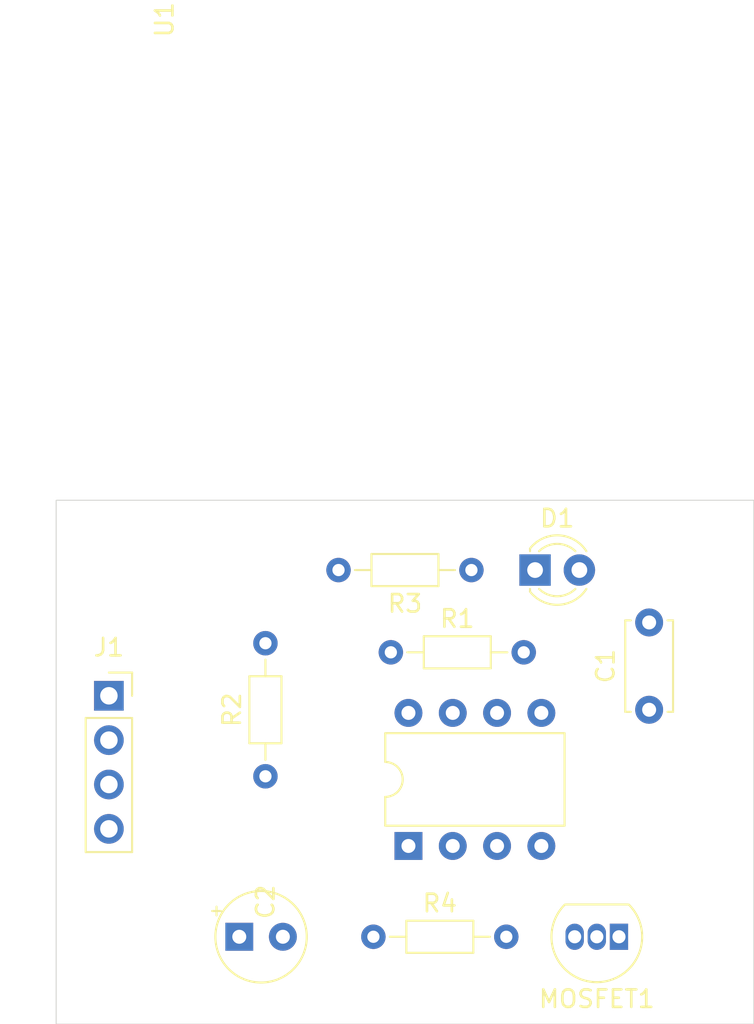
<source format=kicad_pcb>
(kicad_pcb (version 20240108) (generator "pcbnew") (generator_version "8.0")
  (layers (0 "F.Cu" signal) (31 "B.Cu" signal) (34 "B.Paste" user) (35 "F.Paste" user) (36 "B.SilkS" user "B.Silkscreen") (37 "F.SilkS" user "F.Silkscreen") (38 "B.Mask" user) (39 "F.Mask" user) (44 "Edge.Cuts" user))
  (net 0 "")
  (net 1 "GND")
  (net 2 "Net-(U1-CV)")
  (net 3 "THR")
  (net 4 "Net-(D1-A)")
  (net 5 "OUT1")
  (net 6 "OUT2")
  (net 7 "VCC")
  (net 8 "DIS")
  (footprint "Capacitor_THT:C_Disc_D5.0mm_W2.5mm_P5.00mm" (layer "F.Cu") (at 116 65 90)
    (property "Reference" "C1" (at 2.5 -2.5 90) (layer "F.SilkS"))
    (property "Value" "0.1 µF")
    (fp_line (start 5.12 -1.37) (end 5.12 -1.055) (stroke (width 0.12)) (layer "F.SilkS"))
    (fp_line (start -0.12 -1.37) (end 5.12 -1.37) (stroke (width 0.12)) (layer "F.SilkS"))
    (fp_line (start -0.12 -1.37) (end -0.12 -1.055) (stroke (width 0.12)) (layer "F.SilkS"))
    (fp_line (start 5.12 1.055) (end 5.12 1.37) (stroke (width 0.12)) (layer "F.SilkS"))
    (fp_line (start -0.12 1.055) (end -0.12 1.37) (stroke (width 0.12)) (layer "F.SilkS"))
    (fp_line (start -0.12 1.37) (end 5.12 1.37) (stroke (width 0.12)) (layer "F.SilkS"))
    (pad "1" thru_hole circle (at 0 0 90) (size 1.6 1.6) (drill 0.8) (layers "*.Cu" "*.Mask") (net 1 "GND"))
    (pad "2" thru_hole circle (at 5 0 90) (size 1.6 1.6) (drill 0.8) (layers "*.Cu" "*.Mask") (net 2 "Net-(U1-CV)"))
  )
  (footprint "Package_TO_SOT_THT:TO-92_Inline" (layer "F.Cu") (at 114.27 78 180)
    (property "Reference" "MOSFET1" (at 1.27 -3.56 360) (layer "F.SilkS"))
    (property "Value" "BS170")
    (fp_line (start -0.53 1.85) (end 3.07 1.85) (stroke (width 0.12)) (layer "F.SilkS"))
    (fp_arc (start 1.27 -2.6) (mid 3.672087 -0.994977) (end 3.108478 1.838478) (stroke (width 0.12)) (layer "F.SilkS"))
    (fp_arc (start -0.568478 1.838478) (mid -1.132087 -0.994977) (end 1.27 -2.6) (stroke (width 0.12)) (layer "F.SilkS"))
    (pad "1" thru_hole rect (at 0 0 180) (size 1.05 1.5) (drill 0.75) (layers "*.Cu" "*.Mask") (net 6 "OUT2"))
    (pad "2" thru_hole oval (at 1.27 0 180) (size 1.05 1.5) (drill 0.75) (layers "*.Cu" "*.Mask") (net 5 "OUT1"))
    (pad "3" thru_hole oval (at 2.54 0 180) (size 1.05 1.5) (drill 0.75) (layers "*.Cu" "*.Mask") (net 1 "GND"))
  )
  (footprint "Package_DIP:DIP-8_W7.62mm" (layer "F.Cu") (at 102.2 72.8 90)
    (property "Reference" "U1" (at 47.32 -13.99 90) (layer "F.SilkS"))
    (property "Value" "LM555xN")
    (fp_line (start 6.46 -1.33) (end 4.81 -1.33) (stroke (width 0.12)) (layer "F.SilkS"))
    (fp_line (start 2.81 -1.33) (end 1.16 -1.33) (stroke (width 0.12)) (layer "F.SilkS"))
    (fp_line (start 1.16 -1.33) (end 1.16 8.95) (stroke (width 0.12)) (layer "F.SilkS"))
    (fp_line (start 6.46 8.95) (end 6.46 -1.33) (stroke (width 0.12)) (layer "F.SilkS"))
    (fp_line (start 1.16 8.95) (end 6.46 8.95) (stroke (width 0.12)) (layer "F.SilkS"))
    (fp_arc (start 4.81 -1.33) (mid 3.81 -0.33) (end 2.81 -1.33) (stroke (width 0.12)) (layer "F.SilkS"))
    (pad "1" thru_hole rect (at 0 0 90) (size 1.6 1.6) (drill 0.8) (layers "*.Cu" "*.Mask") (net 1 "GND"))
    (pad "2" thru_hole oval (at 0 2.54 90) (size 1.6 1.6) (drill 0.8) (layers "*.Cu" "*.Mask") (net 3 "THR"))
    (pad "3" thru_hole oval (at 0 5.08 90) (size 1.6 1.6) (drill 0.8) (layers "*.Cu" "*.Mask") (net 5 "OUT1"))
    (pad "4" thru_hole oval (at 0 7.62 90) (size 1.6 1.6) (drill 0.8) (layers "*.Cu" "*.Mask") (net 7 "VCC"))
    (pad "5" thru_hole oval (at 7.62 7.62 90) (size 1.6 1.6) (drill 0.8) (layers "*.Cu" "*.Mask") (net 2 "Net-(U1-CV)"))
    (pad "6" thru_hole oval (at 7.62 5.08 90) (size 1.6 1.6) (drill 0.8) (layers "*.Cu" "*.Mask") (net 3 "THR"))
    (pad "7" thru_hole oval (at 7.62 2.54 90) (size 1.6 1.6) (drill 0.8) (layers "*.Cu" "*.Mask") (net 8 "DIS"))
    (pad "8" thru_hole oval (at 7.62 0 90) (size 1.6 1.6) (drill 0.8) (layers "*.Cu" "*.Mask") (net 7 "VCC"))
  )
  (footprint "Resistor_THT:R_Axial_DIN0204_L3.6mm_D1.6mm_P7.62mm_Horizontal" (layer "F.Cu") (at 105.81 57 180)
    (property "Reference" "R3" (at 3.81 -1.92 360) (layer "F.SilkS"))
    (property "Value" "100 kΩ")
    (fp_line (start 6.68 0) (end 5.73 0) (stroke (width 0.12)) (layer "F.SilkS"))
    (fp_line (start 5.73 0.92) (end 5.73 -0.92) (stroke (width 0.12)) (layer "F.SilkS"))
    (fp_line (start 5.73 -0.92) (end 1.89 -0.92) (stroke (width 0.12)) (layer "F.SilkS"))
    (fp_line (start 1.89 0.92) (end 5.73 0.92) (stroke (width 0.12)) (layer "F.SilkS"))
    (fp_line (start 1.89 -0.92) (end 1.89 0.92) (stroke (width 0.12)) (layer "F.SilkS"))
    (fp_line (start 0.94 0) (end 1.89 0) (stroke (width 0.12)) (layer "F.SilkS"))
    (pad "1" thru_hole circle (at 0 0 180) (size 1.4 1.4) (drill 0.7) (layers "*.Cu" "*.Mask") (net 3 "THR"))
    (pad "2" thru_hole oval (at 7.62 0 180) (size 1.4 1.4) (drill 0.7) (layers "*.Cu" "*.Mask") (net 8 "DIS"))
  )
  (footprint "Connector_PinSocket_2.54mm:PinSocket_1x04_P2.54mm_Vertical" (layer "F.Cu") (at 85.025 64.2)
    (property "Reference" "J1" (at 0 -2.77 0) (layer "F.SilkS"))
    (property "Value" "Conn_01x04_Pin")
    (fp_line (start -1.33 1.27) (end -1.33 8.95) (stroke (width 0.12)) (layer "F.SilkS"))
    (fp_line (start -1.33 1.27) (end 1.33 1.27) (stroke (width 0.12)) (layer "F.SilkS"))
    (fp_line (start -1.33 8.95) (end 1.33 8.95) (stroke (width 0.12)) (layer "F.SilkS"))
    (fp_line (start 0 -1.33) (end 1.33 -1.33) (stroke (width 0.12)) (layer "F.SilkS"))
    (fp_line (start 1.33 -1.33) (end 1.33 0) (stroke (width 0.12)) (layer "F.SilkS"))
    (fp_line (start 1.33 1.27) (end 1.33 8.95) (stroke (width 0.12)) (layer "F.SilkS"))
    (pad "1" thru_hole rect (at 0 0) (size 1.7 1.7) (drill 1) (layers "*.Cu" "*.Mask") (net 7 "VCC"))
    (pad "2" thru_hole oval (at 0 2.54) (size 1.7 1.7) (drill 1) (layers "*.Cu" "*.Mask") (net 1 "GND"))
    (pad "3" thru_hole oval (at 0 5.08) (size 1.7 1.7) (drill 1) (layers "*.Cu" "*.Mask") (net 5 "OUT1"))
    (pad "4" thru_hole oval (at 0 7.62) (size 1.7 1.7) (drill 1) (layers "*.Cu" "*.Mask") (net 6 "OUT2"))
  )
  (footprint "LED_THT:LED_D3.0mm" (layer "F.Cu") (at 109.46 57)
    (property "Reference" "D1" (at 1.27 -2.96 0) (layer "F.SilkS"))
    (property "Value" "LED")
    (fp_line (start -0.29 -1.236) (end -0.29 -1.08) (stroke (width 0.12)) (layer "F.SilkS"))
    (fp_line (start -0.29 1.08) (end -0.29 1.236) (stroke (width 0.12)) (layer "F.SilkS"))
    (fp_arc (start -0.29 -1.235516) (mid 1.365624 -1.987701) (end 2.941397 -1.080061) (stroke (width 0.12)) (layer "F.SilkS"))
    (fp_arc (start 0.229039 -1.08) (mid 1.269965 -1.5) (end 2.31091 -1.080049) (stroke (width 0.12)) (layer "F.SilkS"))
    (fp_arc (start 2.31091 1.080049) (mid 1.269965 1.5) (end 0.229039 1.08) (stroke (width 0.12)) (layer "F.SilkS"))
    (fp_arc (start 2.941397 1.080061) (mid 1.365624 1.987701) (end -0.29 1.235516) (stroke (width 0.12)) (layer "F.SilkS"))
    (pad "1" thru_hole rect (at 0 0) (size 1.8 1.8) (drill 0.9) (layers "*.Cu" "*.Mask") (net 1 "GND"))
    (pad "2" thru_hole circle (at 2.54 0) (size 1.8 1.8) (drill 0.9) (layers "*.Cu" "*.Mask") (net 4 "Net-(D1-A)"))
  )
  (footprint "Capacitor_THT:CP_Radial_Tantal_D5.0mm_P2.50mm" (layer "F.Cu") (at 92.5 78)
    (property "Reference" "C2" (at 1.5 -2 90) (layer "F.SilkS"))
    (property "Value" "100 µF")
    (fp_line (start -1.554775 -1.475) (end -1.054775 -1.475) (stroke (width 0.12)) (layer "F.SilkS"))
    (fp_line (start -1.304775 -1.725) (end -1.304775 -1.225) (stroke (width 0.12)) (layer "F.SilkS"))
    (fp_circle (center 1.25 0) (end 3.87 0) (stroke (width 0.12)) (fill none) (layer "F.SilkS"))
    (pad "1" thru_hole rect (at 0 0) (size 1.6 1.6) (drill 0.8) (layers "*.Cu" "*.Mask") (net 3 "THR"))
    (pad "2" thru_hole circle (at 2.5 0) (size 1.6 1.6) (drill 0.8) (layers "*.Cu" "*.Mask") (net 1 "GND"))
  )
  (footprint "Resistor_THT:R_Axial_DIN0204_L3.6mm_D1.6mm_P7.62mm_Horizontal" (layer "F.Cu") (at 101.19 61.71)
    (property "Reference" "R1" (at 3.81 -1.92 0) (layer "F.SilkS"))
    (property "Value" "220")
    (fp_line (start 0.94 0) (end 1.89 0) (stroke (width 0.12)) (layer "F.SilkS"))
    (fp_line (start 1.89 -0.92) (end 1.89 0.92) (stroke (width 0.12)) (layer "F.SilkS"))
    (fp_line (start 1.89 0.92) (end 5.73 0.92) (stroke (width 0.12)) (layer "F.SilkS"))
    (fp_line (start 5.73 -0.92) (end 1.89 -0.92) (stroke (width 0.12)) (layer "F.SilkS"))
    (fp_line (start 5.73 0.92) (end 5.73 -0.92) (stroke (width 0.12)) (layer "F.SilkS"))
    (fp_line (start 6.68 0) (end 5.73 0) (stroke (width 0.12)) (layer "F.SilkS"))
    (pad "1" thru_hole circle (at 0 0) (size 1.4 1.4) (drill 0.7) (layers "*.Cu" "*.Mask") (net 4 "Net-(D1-A)"))
    (pad "2" thru_hole oval (at 7.62 0) (size 1.4 1.4) (drill 0.7) (layers "*.Cu" "*.Mask") (net 7 "VCC"))
  )
  (footprint "Resistor_THT:R_Axial_DIN0204_L3.6mm_D1.6mm_P7.62mm_Horizontal" (layer "F.Cu") (at 94 68.81 90)
    (property "Reference" "R2" (at 3.81 -1.92 90) (layer "F.SilkS"))
    (property "Value" "1 kΩ")
    (fp_line (start 5.73 -0.92) (end 1.89 -0.92) (stroke (width 0.12)) (layer "F.SilkS"))
    (fp_line (start 1.89 -0.92) (end 1.89 0.92) (stroke (width 0.12)) (layer "F.SilkS"))
    (fp_line (start 6.68 0) (end 5.73 0) (stroke (width 0.12)) (layer "F.SilkS"))
    (fp_line (start 0.94 0) (end 1.89 0) (stroke (width 0.12)) (layer "F.SilkS"))
    (fp_line (start 5.73 0.92) (end 5.73 -0.92) (stroke (width 0.12)) (layer "F.SilkS"))
    (fp_line (start 1.89 0.92) (end 5.73 0.92) (stroke (width 0.12)) (layer "F.SilkS"))
    (pad "1" thru_hole circle (at 0 0 90) (size 1.4 1.4) (drill 0.7) (layers "*.Cu" "*.Mask") (net 7 "VCC"))
    (pad "2" thru_hole oval (at 7.62 0 90) (size 1.4 1.4) (drill 0.7) (layers "*.Cu" "*.Mask") (net 8 "DIS"))
  )
  (footprint "Resistor_THT:R_Axial_DIN0204_L3.6mm_D1.6mm_P7.62mm_Horizontal" (layer "F.Cu") (at 100.19 78)
    (property "Reference" "R4" (at 3.81 -1.92 0) (layer "F.SilkS"))
    (property "Value" "10kΩ")
    (fp_line (start 0.94 0) (end 1.89 0) (stroke (width 0.12)) (layer "F.SilkS"))
    (fp_line (start 1.89 -0.92) (end 1.89 0.92) (stroke (width 0.12)) (layer "F.SilkS"))
    (fp_line (start 1.89 0.92) (end 5.73 0.92) (stroke (width 0.12)) (layer "F.SilkS"))
    (fp_line (start 5.73 -0.92) (end 1.89 -0.92) (stroke (width 0.12)) (layer "F.SilkS"))
    (fp_line (start 5.73 0.92) (end 5.73 -0.92) (stroke (width 0.12)) (layer "F.SilkS"))
    (fp_line (start 6.68 0) (end 5.73 0) (stroke (width 0.12)) (layer "F.SilkS"))
    (pad "1" thru_hole circle (at 0 0) (size 1.4 1.4) (drill 0.7) (layers "*.Cu" "*.Mask") (net 7 "VCC"))
    (pad "2" thru_hole oval (at 7.62 0) (size 1.4 1.4) (drill 0.7) (layers "*.Cu" "*.Mask") (net 6 "OUT2"))
  )
  (gr_rect (start 82 53) (end 122 83) (stroke (width 0.05)) (fill none) (layer "Edge.Cuts"))
)
</source>
